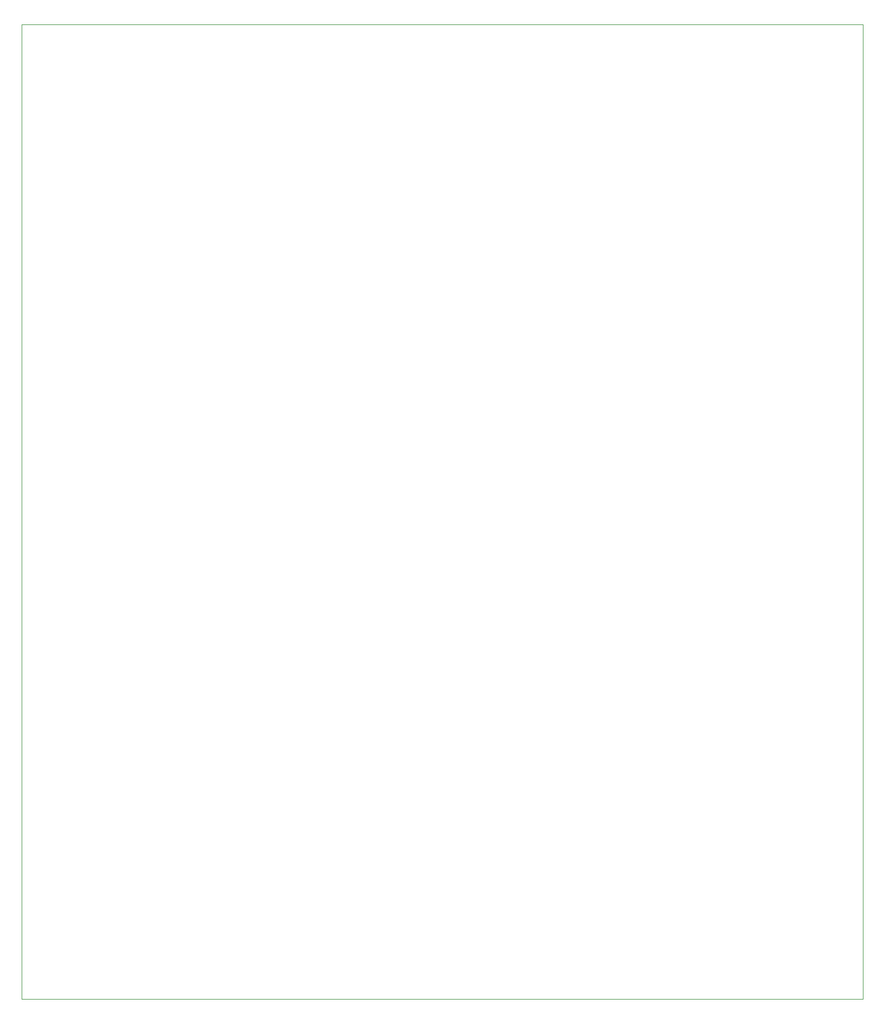
<source format=gbr>
%TF.GenerationSoftware,KiCad,Pcbnew,(5.1.9)-1*%
%TF.CreationDate,2021-10-02T13:05:51-07:00*%
%TF.ProjectId,Solar Powered Weather Station,536f6c61-7220-4506-9f77-657265642057,rev?*%
%TF.SameCoordinates,Original*%
%TF.FileFunction,Profile,NP*%
%FSLAX46Y46*%
G04 Gerber Fmt 4.6, Leading zero omitted, Abs format (unit mm)*
G04 Created by KiCad (PCBNEW (5.1.9)-1) date 2021-10-02 13:05:51*
%MOMM*%
%LPD*%
G01*
G04 APERTURE LIST*
%TA.AperFunction,Profile*%
%ADD10C,0.100000*%
%TD*%
G04 APERTURE END LIST*
D10*
X146050000Y-16510000D02*
X146050000Y-165100000D01*
X17780000Y-16510000D02*
X146050000Y-16510000D01*
X17780000Y-165100000D02*
X17780000Y-16510000D01*
X146050000Y-165100000D02*
X17780000Y-165100000D01*
M02*

</source>
